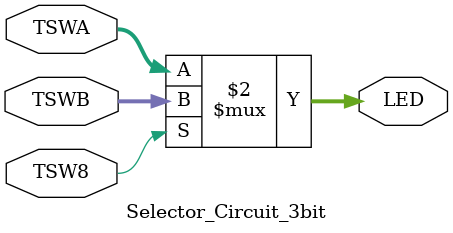
<source format=v>
module Selector_Circuit_3bit(TSWA, TSWB, TSW8, LED);

	input TSW8;
	input [2:0] TSWA, TSWB;
	output [2:0] LED;
	
	assign LED = (TSW8 == 1) ? TSWB : TSWA;
	
endmodule

</source>
